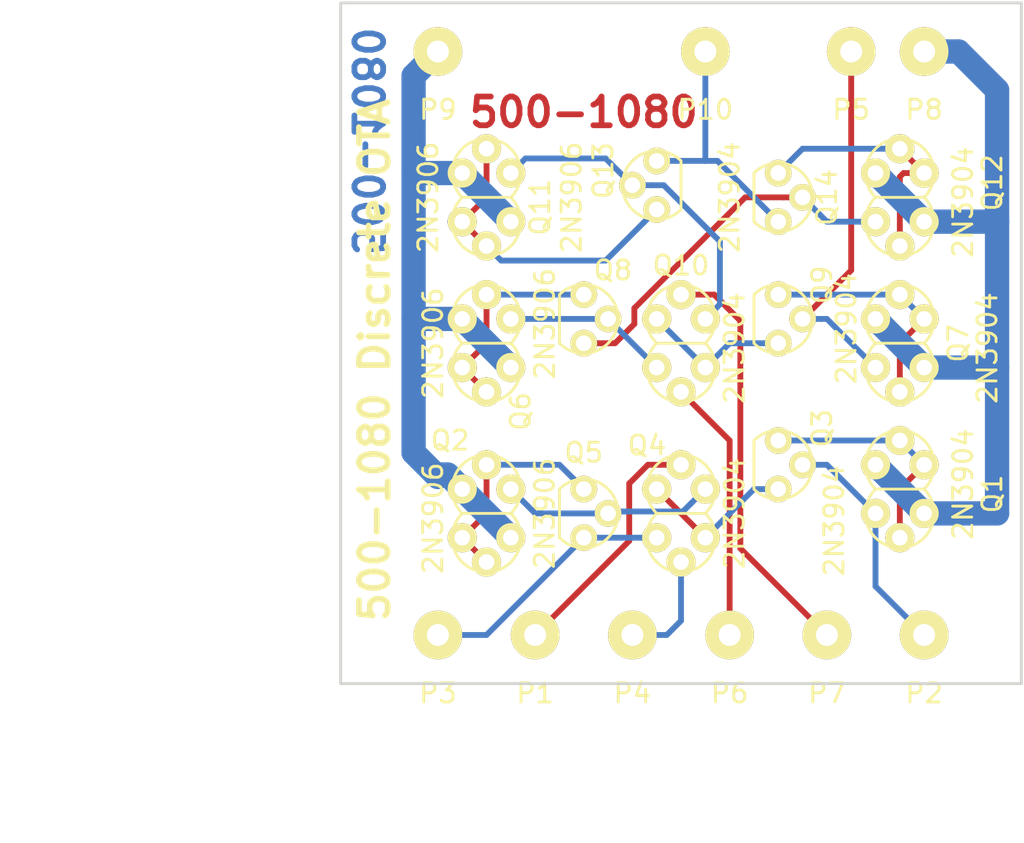
<source format=kicad_pcb>
(kicad_pcb (version 4) (host pcbnew 4.0.6)

  (general
    (links 54)
    (no_connects 0)
    (area 59.154287 78.664999 111.835001 124.620001)
    (thickness 1.6)
    (drawings 9)
    (tracks 120)
    (zones 0)
    (modules 24)
    (nets 23)
  )

  (page A4)
  (layers
    (0 F.Cu signal)
    (31 B.Cu signal)
    (32 B.Adhes user hide)
    (33 F.Adhes user hide)
    (34 B.Paste user hide)
    (35 F.Paste user hide)
    (36 B.SilkS user hide)
    (37 F.SilkS user)
    (38 B.Mask user hide)
    (39 F.Mask user hide)
    (40 Dwgs.User user)
    (41 Cmts.User user hide)
    (42 Eco1.User user hide)
    (43 Eco2.User user hide)
    (44 Edge.Cuts user)
    (45 Margin user hide)
    (46 B.CrtYd user hide)
    (47 F.CrtYd user hide)
    (48 B.Fab user hide)
    (49 F.Fab user hide)
  )

  (setup
    (last_trace_width 0.3048)
    (trace_clearance 0.254)
    (zone_clearance 0.508)
    (zone_45_only no)
    (trace_min 0.2)
    (segment_width 0.2)
    (edge_width 0.15)
    (via_size 1.5748)
    (via_drill 0.9144)
    (via_min_size 0.4)
    (via_min_drill 0.3)
    (uvia_size 0.3)
    (uvia_drill 0.1)
    (uvias_allowed no)
    (uvia_min_size 0.2)
    (uvia_min_drill 0.1)
    (pcb_text_width 0.3)
    (pcb_text_size 1.5 1.5)
    (mod_edge_width 0.15)
    (mod_text_size 1 1)
    (mod_text_width 0.15)
    (pad_size 1.524 1.524)
    (pad_drill 0.762)
    (pad_to_mask_clearance 0.2)
    (aux_axis_origin 76.2 78.74)
    (grid_origin 76.2 78.74)
    (visible_elements 7FFFEFFF)
    (pcbplotparams
      (layerselection 0x010e0_ffffffff)
      (usegerberextensions true)
      (excludeedgelayer true)
      (linewidth 0.100000)
      (plotframeref false)
      (viasonmask false)
      (mode 1)
      (useauxorigin false)
      (hpglpennumber 1)
      (hpglpenspeed 20)
      (hpglpendiameter 15)
      (hpglpenoverlay 2)
      (psnegative false)
      (psa4output false)
      (plotreference true)
      (plotvalue true)
      (plotinvisibletext false)
      (padsonsilk false)
      (subtractmaskfromsilk false)
      (outputformat 1)
      (mirror false)
      (drillshape 0)
      (scaleselection 1)
      (outputdirectory Gerber/))
  )

  (net 0 "")
  (net 1 "Net-(P1-Pad1)")
  (net 2 "Net-(P2-Pad1)")
  (net 3 "Net-(P3-Pad1)")
  (net 4 "Net-(P4-Pad1)")
  (net 5 "Net-(P5-Pad1)")
  (net 6 "Net-(P6-Pad1)")
  (net 7 "Net-(P7-Pad1)")
  (net 8 "Net-(P10-Pad1)")
  (net 9 "Net-(Q2-Pad2)")
  (net 10 "Net-(Q6-Pad2)")
  (net 11 "Net-(Q11-Pad2)")
  (net 12 "Net-(Q12-Pad2)")
  (net 13 /MINUS15)
  (net 14 /PLUS15)
  (net 15 "Net-(Q1-Pad2)")
  (net 16 "Net-(Q12-Pad3)")
  (net 17 "Net-(Q10-Pad6)")
  (net 18 "Net-(Q2-Pad3)")
  (net 19 "Net-(Q3-Pad3)")
  (net 20 "Net-(Q10-Pad3)")
  (net 21 "Net-(Q7-Pad2)")
  (net 22 "Net-(Q10-Pad1)")

  (net_class Default "This is the default net class."
    (clearance 0.254)
    (trace_width 0.3048)
    (via_dia 1.5748)
    (via_drill 0.9144)
    (uvia_dia 0.3)
    (uvia_drill 0.1)
    (add_net "Net-(P1-Pad1)")
    (add_net "Net-(P10-Pad1)")
    (add_net "Net-(P2-Pad1)")
    (add_net "Net-(P3-Pad1)")
    (add_net "Net-(P4-Pad1)")
    (add_net "Net-(P5-Pad1)")
    (add_net "Net-(P6-Pad1)")
    (add_net "Net-(P7-Pad1)")
    (add_net "Net-(Q1-Pad2)")
    (add_net "Net-(Q10-Pad1)")
    (add_net "Net-(Q10-Pad3)")
    (add_net "Net-(Q10-Pad6)")
    (add_net "Net-(Q11-Pad2)")
    (add_net "Net-(Q12-Pad2)")
    (add_net "Net-(Q12-Pad3)")
    (add_net "Net-(Q2-Pad2)")
    (add_net "Net-(Q2-Pad3)")
    (add_net "Net-(Q3-Pad3)")
    (add_net "Net-(Q6-Pad2)")
    (add_net "Net-(Q7-Pad2)")
  )

  (net_class POWER ""
    (clearance 0.254)
    (trace_width 1.27)
    (via_dia 1.5748)
    (via_drill 0.9144)
    (uvia_dia 0.3)
    (uvia_drill 0.1)
    (add_net /MINUS15)
    (add_net /PLUS15)
  )

  (module Footprints:TO92 (layer F.Cu) (tedit 56EB857F) (tstamp 569D376C)
    (at 88.9 95.25 270)
    (path /569C25C8)
    (fp_text reference Q8 (at -2.54 -1.524 360) (layer F.SilkS)
      (effects (font (size 1 1) (thickness 0.15)))
    )
    (fp_text value 2N3906 (at 0.254 2.032 270) (layer F.SilkS)
      (effects (font (size 1 1) (thickness 0.15)))
    )
    (fp_arc (start 0 0) (end -1.27 1.27) (angle 90) (layer F.SilkS) (width 0.15))
    (fp_arc (start 0 0) (end -1.27 -1.27) (angle 90) (layer F.SilkS) (width 0.15))
    (fp_arc (start 0 0) (end 1.27 -1.27) (angle 90) (layer F.SilkS) (width 0.15))
    (fp_line (start -1.27 1.27) (end 1.27 1.27) (layer F.SilkS) (width 0.15))
    (pad 1 thru_hole circle (at -1.27 0 270) (size 1.397 1.397) (drill 0.8128) (layers *.Cu *.Mask F.SilkS)
      (net 10 "Net-(Q6-Pad2)"))
    (pad 2 thru_hole circle (at 0 -1.27 270) (size 1.397 1.397) (drill 0.8128) (layers *.Cu *.Mask F.SilkS)
      (net 20 "Net-(Q10-Pad3)"))
    (pad 3 thru_hole circle (at 1.27 0 270) (size 1.397 1.397) (drill 0.8128) (layers *.Cu *.Mask F.SilkS)
      (net 16 "Net-(Q12-Pad3)"))
  )

  (module Footprints:TO92 (layer F.Cu) (tedit 56EB857F) (tstamp 569D3777)
    (at 99.06 95.25 270)
    (path /569AE915)
    (fp_text reference Q9 (at -1.778 -2.286 270) (layer F.SilkS)
      (effects (font (size 1 1) (thickness 0.15)))
    )
    (fp_text value 2N3904 (at 0.508 -3.556 450) (layer F.SilkS)
      (effects (font (size 1 1) (thickness 0.15)))
    )
    (fp_arc (start 0 0) (end -1.27 1.27) (angle 90) (layer F.SilkS) (width 0.15))
    (fp_arc (start 0 0) (end -1.27 -1.27) (angle 90) (layer F.SilkS) (width 0.15))
    (fp_arc (start 0 0) (end 1.27 -1.27) (angle 90) (layer F.SilkS) (width 0.15))
    (fp_line (start -1.27 1.27) (end 1.27 1.27) (layer F.SilkS) (width 0.15))
    (pad 1 thru_hole circle (at -1.27 0 270) (size 1.397 1.397) (drill 0.8128) (layers *.Cu *.Mask F.SilkS)
      (net 21 "Net-(Q7-Pad2)"))
    (pad 2 thru_hole circle (at 0 -1.27 270) (size 1.397 1.397) (drill 0.8128) (layers *.Cu *.Mask F.SilkS)
      (net 5 "Net-(P5-Pad1)"))
    (pad 3 thru_hole circle (at 1.27 0 270) (size 1.397 1.397) (drill 0.8128) (layers *.Cu *.Mask F.SilkS)
      (net 22 "Net-(Q10-Pad1)"))
  )

  (module Footprints:TO92 (layer F.Cu) (tedit 56EB857F) (tstamp 569D37C0)
    (at 99.06 88.9 270)
    (path /569C45A4)
    (fp_text reference Q14 (at 0 -2.54 270) (layer F.SilkS)
      (effects (font (size 1 1) (thickness 0.15)))
    )
    (fp_text value 2N3904 (at 0 2.54 270) (layer F.SilkS)
      (effects (font (size 1 1) (thickness 0.15)))
    )
    (fp_arc (start 0 0) (end -1.27 1.27) (angle 90) (layer F.SilkS) (width 0.15))
    (fp_arc (start 0 0) (end -1.27 -1.27) (angle 90) (layer F.SilkS) (width 0.15))
    (fp_arc (start 0 0) (end 1.27 -1.27) (angle 90) (layer F.SilkS) (width 0.15))
    (fp_line (start -1.27 1.27) (end 1.27 1.27) (layer F.SilkS) (width 0.15))
    (pad 1 thru_hole circle (at -1.27 0 270) (size 1.397 1.397) (drill 0.8128) (layers *.Cu *.Mask F.SilkS)
      (net 12 "Net-(Q12-Pad2)"))
    (pad 2 thru_hole circle (at 0 -1.27 270) (size 1.397 1.397) (drill 0.8128) (layers *.Cu *.Mask F.SilkS)
      (net 16 "Net-(Q12-Pad3)"))
    (pad 3 thru_hole circle (at 1.27 0 270) (size 1.397 1.397) (drill 0.8128) (layers *.Cu *.Mask F.SilkS)
      (net 8 "Net-(P10-Pad1)"))
  )

  (module Footprints:TO92 (layer F.Cu) (tedit 56EB857F) (tstamp 569D37B5)
    (at 92.71 88.265 90)
    (path /569C3892)
    (fp_text reference Q13 (at 0.762 -2.794 90) (layer F.SilkS)
      (effects (font (size 1 1) (thickness 0.15)))
    )
    (fp_text value 2N3906 (at -0.635 -4.445 90) (layer F.SilkS)
      (effects (font (size 1 1) (thickness 0.15)))
    )
    (fp_arc (start 0 0) (end -1.27 1.27) (angle 90) (layer F.SilkS) (width 0.15))
    (fp_arc (start 0 0) (end -1.27 -1.27) (angle 90) (layer F.SilkS) (width 0.15))
    (fp_arc (start 0 0) (end 1.27 -1.27) (angle 90) (layer F.SilkS) (width 0.15))
    (fp_line (start -1.27 1.27) (end 1.27 1.27) (layer F.SilkS) (width 0.15))
    (pad 1 thru_hole circle (at -1.27 0 90) (size 1.397 1.397) (drill 0.8128) (layers *.Cu *.Mask F.SilkS)
      (net 11 "Net-(Q11-Pad2)"))
    (pad 2 thru_hole circle (at 0 -1.27 90) (size 1.397 1.397) (drill 0.8128) (layers *.Cu *.Mask F.SilkS)
      (net 17 "Net-(Q10-Pad6)"))
    (pad 3 thru_hole circle (at 1.27 0 90) (size 1.397 1.397) (drill 0.8128) (layers *.Cu *.Mask F.SilkS)
      (net 8 "Net-(P10-Pad1)"))
  )

  (module Footprints:TO92 (layer F.Cu) (tedit 56EB857F) (tstamp 569D373F)
    (at 88.9 105.41 270)
    (path /569AEDA9)
    (fp_text reference Q5 (at -3.175 0 360) (layer F.SilkS)
      (effects (font (size 1 1) (thickness 0.15)))
    )
    (fp_text value 2N3906 (at 0 2.04 270) (layer F.SilkS)
      (effects (font (size 1 1) (thickness 0.15)))
    )
    (fp_arc (start 0 0) (end -1.27 1.27) (angle 90) (layer F.SilkS) (width 0.15))
    (fp_arc (start 0 0) (end -1.27 -1.27) (angle 90) (layer F.SilkS) (width 0.15))
    (fp_arc (start 0 0) (end 1.27 -1.27) (angle 90) (layer F.SilkS) (width 0.15))
    (fp_line (start -1.27 1.27) (end 1.27 1.27) (layer F.SilkS) (width 0.15))
    (pad 1 thru_hole circle (at -1.27 0 270) (size 1.397 1.397) (drill 0.8128) (layers *.Cu *.Mask F.SilkS)
      (net 9 "Net-(Q2-Pad2)"))
    (pad 2 thru_hole circle (at 0 -1.27 270) (size 1.397 1.397) (drill 0.8128) (layers *.Cu *.Mask F.SilkS)
      (net 18 "Net-(Q2-Pad3)"))
    (pad 3 thru_hole circle (at 1.27 0 270) (size 1.397 1.397) (drill 0.8128) (layers *.Cu *.Mask F.SilkS)
      (net 3 "Net-(P3-Pad1)"))
  )

  (module Footprints:TO92 (layer F.Cu) (tedit 56EB857F) (tstamp 569D3723)
    (at 99.06 102.87 270)
    (path /569B38DE)
    (fp_text reference Q3 (at -1.905 -2.286 270) (layer F.SilkS)
      (effects (font (size 1 1) (thickness 0.15)))
    )
    (fp_text value 2N3904 (at 2.921 -2.921 270) (layer F.SilkS)
      (effects (font (size 1 1) (thickness 0.15)))
    )
    (fp_arc (start 0 0) (end -1.27 1.27) (angle 90) (layer F.SilkS) (width 0.15))
    (fp_arc (start 0 0) (end -1.27 -1.27) (angle 90) (layer F.SilkS) (width 0.15))
    (fp_arc (start 0 0) (end 1.27 -1.27) (angle 90) (layer F.SilkS) (width 0.15))
    (fp_line (start -1.27 1.27) (end 1.27 1.27) (layer F.SilkS) (width 0.15))
    (pad 1 thru_hole circle (at -1.27 0 270) (size 1.397 1.397) (drill 0.8128) (layers *.Cu *.Mask F.SilkS)
      (net 15 "Net-(Q1-Pad2)"))
    (pad 2 thru_hole circle (at 0 -1.27 270) (size 1.397 1.397) (drill 0.8128) (layers *.Cu *.Mask F.SilkS)
      (net 2 "Net-(P2-Pad1)"))
    (pad 3 thru_hole circle (at 1.27 0 270) (size 1.397 1.397) (drill 0.8128) (layers *.Cu *.Mask F.SilkS)
      (net 19 "Net-(Q3-Pad3)"))
  )

  (module Footprints:DUAL_TO92 (layer F.Cu) (tedit 56FD507E) (tstamp 569D37AA)
    (at 105.41 88.9)
    (path /57001931)
    (fp_text reference Q12 (at 4.826 -0.762 90) (layer F.SilkS)
      (effects (font (size 1 1) (thickness 0.15)))
    )
    (fp_text value 2N3904 (at 3.302 0.254 90) (layer F.SilkS)
      (effects (font (size 1 1) (thickness 0.15)))
    )
    (fp_arc (start 0 1.27) (end -1.27 2.54) (angle 90) (layer F.SilkS) (width 0.15))
    (fp_arc (start 0 1.27) (end 1.27 2.54) (angle 90) (layer F.SilkS) (width 0.15))
    (fp_arc (start 0 1.27) (end 1.27 0) (angle 90) (layer F.SilkS) (width 0.15))
    (fp_arc (start 0 -1.27) (end 1.27 -2.54) (angle 90) (layer F.SilkS) (width 0.15))
    (fp_arc (start 0 -1.27) (end -1.27 -2.54) (angle 90) (layer F.SilkS) (width 0.15))
    (fp_arc (start 0 -1.27) (end -1.27 0) (angle 90) (layer F.SilkS) (width 0.15))
    (fp_line (start -1.27 0) (end 1.27 0) (layer F.SilkS) (width 0.15))
    (pad 2 thru_hole circle (at 0 2.54) (size 1.524 1.524) (drill 0.8128) (layers *.Cu *.Mask F.SilkS)
      (net 12 "Net-(Q12-Pad2)"))
    (pad 3 thru_hole circle (at -1.27 1.27) (size 1.524 1.524) (drill 0.8128) (layers *.Cu *.Mask F.SilkS)
      (net 16 "Net-(Q12-Pad3)"))
    (pad 1 thru_hole circle (at 1.27 1.27) (size 1.524 1.524) (drill 0.8128) (layers *.Cu *.Mask F.SilkS)
      (net 13 /MINUS15))
    (pad 6 thru_hole circle (at 1.27 -1.27) (size 1.524 1.524) (drill 0.8128) (layers *.Cu *.Mask F.SilkS)
      (net 12 "Net-(Q12-Pad2)"))
    (pad 4 thru_hole circle (at -1.27 -1.27) (size 1.524 1.524) (drill 0.8128) (layers *.Cu *.Mask F.SilkS)
      (net 13 /MINUS15))
    (pad 5 thru_hole circle (at 0 -2.54) (size 1.524 1.524) (drill 0.8128) (layers *.Cu *.Mask F.SilkS)
      (net 12 "Net-(Q12-Pad2)"))
  )

  (module Footprints:DUAL_TO92 (layer F.Cu) (tedit 56FD507E) (tstamp 569D3799)
    (at 83.82 88.9 180)
    (path /569ADBC1)
    (fp_text reference Q11 (at -2.794 -0.508 270) (layer F.SilkS)
      (effects (font (size 1 1) (thickness 0.15)))
    )
    (fp_text value 2N3906 (at 3.048 0 270) (layer F.SilkS)
      (effects (font (size 1 1) (thickness 0.15)))
    )
    (fp_arc (start 0 1.27) (end -1.27 2.54) (angle 90) (layer F.SilkS) (width 0.15))
    (fp_arc (start 0 1.27) (end 1.27 2.54) (angle 90) (layer F.SilkS) (width 0.15))
    (fp_arc (start 0 1.27) (end 1.27 0) (angle 90) (layer F.SilkS) (width 0.15))
    (fp_arc (start 0 -1.27) (end 1.27 -2.54) (angle 90) (layer F.SilkS) (width 0.15))
    (fp_arc (start 0 -1.27) (end -1.27 -2.54) (angle 90) (layer F.SilkS) (width 0.15))
    (fp_arc (start 0 -1.27) (end -1.27 0) (angle 90) (layer F.SilkS) (width 0.15))
    (fp_line (start -1.27 0) (end 1.27 0) (layer F.SilkS) (width 0.15))
    (pad 2 thru_hole circle (at 0 2.54 180) (size 1.524 1.524) (drill 0.8128) (layers *.Cu *.Mask F.SilkS)
      (net 11 "Net-(Q11-Pad2)"))
    (pad 3 thru_hole circle (at -1.27 1.27 180) (size 1.524 1.524) (drill 0.8128) (layers *.Cu *.Mask F.SilkS)
      (net 17 "Net-(Q10-Pad6)"))
    (pad 1 thru_hole circle (at 1.27 1.27 180) (size 1.524 1.524) (drill 0.8128) (layers *.Cu *.Mask F.SilkS)
      (net 14 /PLUS15))
    (pad 6 thru_hole circle (at 1.27 -1.27 180) (size 1.524 1.524) (drill 0.8128) (layers *.Cu *.Mask F.SilkS)
      (net 11 "Net-(Q11-Pad2)"))
    (pad 4 thru_hole circle (at -1.27 -1.27 180) (size 1.524 1.524) (drill 0.8128) (layers *.Cu *.Mask F.SilkS)
      (net 14 /PLUS15))
    (pad 5 thru_hole circle (at 0 -2.54 180) (size 1.524 1.524) (drill 0.8128) (layers *.Cu *.Mask F.SilkS)
      (net 11 "Net-(Q11-Pad2)"))
  )

  (module Footprints:DUAL_TO92 (layer F.Cu) (tedit 56FD507E) (tstamp 569D3788)
    (at 93.98 96.52)
    (path /57002653)
    (fp_text reference Q10 (at 0 -4.064 180) (layer F.SilkS)
      (effects (font (size 1 1) (thickness 0.15)))
    )
    (fp_text value 2N3904 (at 2.794 0.254 90) (layer F.SilkS)
      (effects (font (size 1 1) (thickness 0.15)))
    )
    (fp_arc (start 0 1.27) (end -1.27 2.54) (angle 90) (layer F.SilkS) (width 0.15))
    (fp_arc (start 0 1.27) (end 1.27 2.54) (angle 90) (layer F.SilkS) (width 0.15))
    (fp_arc (start 0 1.27) (end 1.27 0) (angle 90) (layer F.SilkS) (width 0.15))
    (fp_arc (start 0 -1.27) (end 1.27 -2.54) (angle 90) (layer F.SilkS) (width 0.15))
    (fp_arc (start 0 -1.27) (end -1.27 -2.54) (angle 90) (layer F.SilkS) (width 0.15))
    (fp_arc (start 0 -1.27) (end -1.27 0) (angle 90) (layer F.SilkS) (width 0.15))
    (fp_line (start -1.27 0) (end 1.27 0) (layer F.SilkS) (width 0.15))
    (pad 2 thru_hole circle (at 0 2.54) (size 1.524 1.524) (drill 0.8128) (layers *.Cu *.Mask F.SilkS)
      (net 6 "Net-(P6-Pad1)"))
    (pad 3 thru_hole circle (at -1.27 1.27) (size 1.524 1.524) (drill 0.8128) (layers *.Cu *.Mask F.SilkS)
      (net 20 "Net-(Q10-Pad3)"))
    (pad 1 thru_hole circle (at 1.27 1.27) (size 1.524 1.524) (drill 0.8128) (layers *.Cu *.Mask F.SilkS)
      (net 22 "Net-(Q10-Pad1)"))
    (pad 6 thru_hole circle (at 1.27 -1.27) (size 1.524 1.524) (drill 0.8128) (layers *.Cu *.Mask F.SilkS)
      (net 17 "Net-(Q10-Pad6)"))
    (pad 4 thru_hole circle (at -1.27 -1.27) (size 1.524 1.524) (drill 0.8128) (layers *.Cu *.Mask F.SilkS)
      (net 22 "Net-(Q10-Pad1)"))
    (pad 5 thru_hole circle (at 0 -2.54) (size 1.524 1.524) (drill 0.8128) (layers *.Cu *.Mask F.SilkS)
      (net 7 "Net-(P7-Pad1)"))
  )

  (module Footprints:DUAL_TO92 (layer F.Cu) (tedit 56FD507E) (tstamp 569D3761)
    (at 105.41 96.52)
    (path /5700186E)
    (fp_text reference Q7 (at 3.048 0 90) (layer F.SilkS)
      (effects (font (size 1 1) (thickness 0.15)))
    )
    (fp_text value 2N3904 (at 4.572 0.254 90) (layer F.SilkS)
      (effects (font (size 1 1) (thickness 0.15)))
    )
    (fp_arc (start 0 1.27) (end -1.27 2.54) (angle 90) (layer F.SilkS) (width 0.15))
    (fp_arc (start 0 1.27) (end 1.27 2.54) (angle 90) (layer F.SilkS) (width 0.15))
    (fp_arc (start 0 1.27) (end 1.27 0) (angle 90) (layer F.SilkS) (width 0.15))
    (fp_arc (start 0 -1.27) (end 1.27 -2.54) (angle 90) (layer F.SilkS) (width 0.15))
    (fp_arc (start 0 -1.27) (end -1.27 -2.54) (angle 90) (layer F.SilkS) (width 0.15))
    (fp_arc (start 0 -1.27) (end -1.27 0) (angle 90) (layer F.SilkS) (width 0.15))
    (fp_line (start -1.27 0) (end 1.27 0) (layer F.SilkS) (width 0.15))
    (pad 2 thru_hole circle (at 0 2.54) (size 1.524 1.524) (drill 0.8128) (layers *.Cu *.Mask F.SilkS)
      (net 21 "Net-(Q7-Pad2)"))
    (pad 3 thru_hole circle (at -1.27 1.27) (size 1.524 1.524) (drill 0.8128) (layers *.Cu *.Mask F.SilkS)
      (net 5 "Net-(P5-Pad1)"))
    (pad 1 thru_hole circle (at 1.27 1.27) (size 1.524 1.524) (drill 0.8128) (layers *.Cu *.Mask F.SilkS)
      (net 13 /MINUS15))
    (pad 6 thru_hole circle (at 1.27 -1.27) (size 1.524 1.524) (drill 0.8128) (layers *.Cu *.Mask F.SilkS)
      (net 21 "Net-(Q7-Pad2)"))
    (pad 4 thru_hole circle (at -1.27 -1.27) (size 1.524 1.524) (drill 0.8128) (layers *.Cu *.Mask F.SilkS)
      (net 13 /MINUS15))
    (pad 5 thru_hole circle (at 0 -2.54) (size 1.524 1.524) (drill 0.8128) (layers *.Cu *.Mask F.SilkS)
      (net 21 "Net-(Q7-Pad2)"))
  )

  (module Footprints:DUAL_TO92 (layer F.Cu) (tedit 56FD507E) (tstamp 569D3750)
    (at 83.82 96.52 180)
    (path /569ADB7D)
    (fp_text reference Q6 (at -1.778 -3.556 270) (layer F.SilkS)
      (effects (font (size 1 1) (thickness 0.15)))
    )
    (fp_text value 2N3906 (at 2.794 0 270) (layer F.SilkS)
      (effects (font (size 1 1) (thickness 0.15)))
    )
    (fp_arc (start 0 1.27) (end -1.27 2.54) (angle 90) (layer F.SilkS) (width 0.15))
    (fp_arc (start 0 1.27) (end 1.27 2.54) (angle 90) (layer F.SilkS) (width 0.15))
    (fp_arc (start 0 1.27) (end 1.27 0) (angle 90) (layer F.SilkS) (width 0.15))
    (fp_arc (start 0 -1.27) (end 1.27 -2.54) (angle 90) (layer F.SilkS) (width 0.15))
    (fp_arc (start 0 -1.27) (end -1.27 -2.54) (angle 90) (layer F.SilkS) (width 0.15))
    (fp_arc (start 0 -1.27) (end -1.27 0) (angle 90) (layer F.SilkS) (width 0.15))
    (fp_line (start -1.27 0) (end 1.27 0) (layer F.SilkS) (width 0.15))
    (pad 2 thru_hole circle (at 0 2.54 180) (size 1.524 1.524) (drill 0.8128) (layers *.Cu *.Mask F.SilkS)
      (net 10 "Net-(Q6-Pad2)"))
    (pad 3 thru_hole circle (at -1.27 1.27 180) (size 1.524 1.524) (drill 0.8128) (layers *.Cu *.Mask F.SilkS)
      (net 20 "Net-(Q10-Pad3)"))
    (pad 1 thru_hole circle (at 1.27 1.27 180) (size 1.524 1.524) (drill 0.8128) (layers *.Cu *.Mask F.SilkS)
      (net 14 /PLUS15))
    (pad 6 thru_hole circle (at 1.27 -1.27 180) (size 1.524 1.524) (drill 0.8128) (layers *.Cu *.Mask F.SilkS)
      (net 10 "Net-(Q6-Pad2)"))
    (pad 4 thru_hole circle (at -1.27 -1.27 180) (size 1.524 1.524) (drill 0.8128) (layers *.Cu *.Mask F.SilkS)
      (net 14 /PLUS15))
    (pad 5 thru_hole circle (at 0 -2.54 180) (size 1.524 1.524) (drill 0.8128) (layers *.Cu *.Mask F.SilkS)
      (net 10 "Net-(Q6-Pad2)"))
  )

  (module Footprints:DUAL_TO92 (layer F.Cu) (tedit 56FD507E) (tstamp 569D3734)
    (at 93.98 105.41 180)
    (path /570022D9)
    (fp_text reference Q4 (at 1.778 3.556 180) (layer F.SilkS)
      (effects (font (size 1 1) (thickness 0.15)))
    )
    (fp_text value 2N3904 (at -2.794 0 270) (layer F.SilkS)
      (effects (font (size 1 1) (thickness 0.15)))
    )
    (fp_arc (start 0 1.27) (end -1.27 2.54) (angle 90) (layer F.SilkS) (width 0.15))
    (fp_arc (start 0 1.27) (end 1.27 2.54) (angle 90) (layer F.SilkS) (width 0.15))
    (fp_arc (start 0 1.27) (end 1.27 0) (angle 90) (layer F.SilkS) (width 0.15))
    (fp_arc (start 0 -1.27) (end 1.27 -2.54) (angle 90) (layer F.SilkS) (width 0.15))
    (fp_arc (start 0 -1.27) (end -1.27 -2.54) (angle 90) (layer F.SilkS) (width 0.15))
    (fp_arc (start 0 -1.27) (end -1.27 0) (angle 90) (layer F.SilkS) (width 0.15))
    (fp_line (start -1.27 0) (end 1.27 0) (layer F.SilkS) (width 0.15))
    (pad 2 thru_hole circle (at 0 2.54 180) (size 1.524 1.524) (drill 0.8128) (layers *.Cu *.Mask F.SilkS)
      (net 1 "Net-(P1-Pad1)"))
    (pad 3 thru_hole circle (at -1.27 1.27 180) (size 1.524 1.524) (drill 0.8128) (layers *.Cu *.Mask F.SilkS)
      (net 18 "Net-(Q2-Pad3)"))
    (pad 1 thru_hole circle (at 1.27 1.27 180) (size 1.524 1.524) (drill 0.8128) (layers *.Cu *.Mask F.SilkS)
      (net 19 "Net-(Q3-Pad3)"))
    (pad 6 thru_hole circle (at 1.27 -1.27 180) (size 1.524 1.524) (drill 0.8128) (layers *.Cu *.Mask F.SilkS)
      (net 3 "Net-(P3-Pad1)"))
    (pad 4 thru_hole circle (at -1.27 -1.27 180) (size 1.524 1.524) (drill 0.8128) (layers *.Cu *.Mask F.SilkS)
      (net 19 "Net-(Q3-Pad3)"))
    (pad 5 thru_hole circle (at 0 -2.54 180) (size 1.524 1.524) (drill 0.8128) (layers *.Cu *.Mask F.SilkS)
      (net 4 "Net-(P4-Pad1)"))
  )

  (module Footprints:DUAL_TO92 (layer F.Cu) (tedit 56FD507E) (tstamp 569D3718)
    (at 83.82 105.41 180)
    (path /569ADA2F)
    (fp_text reference Q2 (at 1.905 3.81 180) (layer F.SilkS)
      (effects (font (size 1 1) (thickness 0.15)))
    )
    (fp_text value 2N3906 (at 2.794 -0.254 270) (layer F.SilkS)
      (effects (font (size 1 1) (thickness 0.15)))
    )
    (fp_arc (start 0 1.27) (end -1.27 2.54) (angle 90) (layer F.SilkS) (width 0.15))
    (fp_arc (start 0 1.27) (end 1.27 2.54) (angle 90) (layer F.SilkS) (width 0.15))
    (fp_arc (start 0 1.27) (end 1.27 0) (angle 90) (layer F.SilkS) (width 0.15))
    (fp_arc (start 0 -1.27) (end 1.27 -2.54) (angle 90) (layer F.SilkS) (width 0.15))
    (fp_arc (start 0 -1.27) (end -1.27 -2.54) (angle 90) (layer F.SilkS) (width 0.15))
    (fp_arc (start 0 -1.27) (end -1.27 0) (angle 90) (layer F.SilkS) (width 0.15))
    (fp_line (start -1.27 0) (end 1.27 0) (layer F.SilkS) (width 0.15))
    (pad 2 thru_hole circle (at 0 2.54 180) (size 1.524 1.524) (drill 0.8128) (layers *.Cu *.Mask F.SilkS)
      (net 9 "Net-(Q2-Pad2)"))
    (pad 3 thru_hole circle (at -1.27 1.27 180) (size 1.524 1.524) (drill 0.8128) (layers *.Cu *.Mask F.SilkS)
      (net 18 "Net-(Q2-Pad3)"))
    (pad 1 thru_hole circle (at 1.27 1.27 180) (size 1.524 1.524) (drill 0.8128) (layers *.Cu *.Mask F.SilkS)
      (net 14 /PLUS15))
    (pad 6 thru_hole circle (at 1.27 -1.27 180) (size 1.524 1.524) (drill 0.8128) (layers *.Cu *.Mask F.SilkS)
      (net 9 "Net-(Q2-Pad2)"))
    (pad 4 thru_hole circle (at -1.27 -1.27 180) (size 1.524 1.524) (drill 0.8128) (layers *.Cu *.Mask F.SilkS)
      (net 14 /PLUS15))
    (pad 5 thru_hole circle (at 0 -2.54 180) (size 1.524 1.524) (drill 0.8128) (layers *.Cu *.Mask F.SilkS)
      (net 9 "Net-(Q2-Pad2)"))
  )

  (module Footprints:DUAL_TO92 (layer F.Cu) (tedit 56FD507E) (tstamp 569D3707)
    (at 105.41 104.14)
    (path /57000E6D)
    (fp_text reference Q1 (at 4.826 0.254 90) (layer F.SilkS)
      (effects (font (size 1 1) (thickness 0.15)))
    )
    (fp_text value 2N3904 (at 3.302 -0.254 90) (layer F.SilkS)
      (effects (font (size 1 1) (thickness 0.15)))
    )
    (fp_arc (start 0 1.27) (end -1.27 2.54) (angle 90) (layer F.SilkS) (width 0.15))
    (fp_arc (start 0 1.27) (end 1.27 2.54) (angle 90) (layer F.SilkS) (width 0.15))
    (fp_arc (start 0 1.27) (end 1.27 0) (angle 90) (layer F.SilkS) (width 0.15))
    (fp_arc (start 0 -1.27) (end 1.27 -2.54) (angle 90) (layer F.SilkS) (width 0.15))
    (fp_arc (start 0 -1.27) (end -1.27 -2.54) (angle 90) (layer F.SilkS) (width 0.15))
    (fp_arc (start 0 -1.27) (end -1.27 0) (angle 90) (layer F.SilkS) (width 0.15))
    (fp_line (start -1.27 0) (end 1.27 0) (layer F.SilkS) (width 0.15))
    (pad 2 thru_hole circle (at 0 2.54) (size 1.524 1.524) (drill 0.8128) (layers *.Cu *.Mask F.SilkS)
      (net 15 "Net-(Q1-Pad2)"))
    (pad 3 thru_hole circle (at -1.27 1.27) (size 1.524 1.524) (drill 0.8128) (layers *.Cu *.Mask F.SilkS)
      (net 2 "Net-(P2-Pad1)"))
    (pad 1 thru_hole circle (at 1.27 1.27) (size 1.524 1.524) (drill 0.8128) (layers *.Cu *.Mask F.SilkS)
      (net 13 /MINUS15))
    (pad 6 thru_hole circle (at 1.27 -1.27) (size 1.524 1.524) (drill 0.8128) (layers *.Cu *.Mask F.SilkS)
      (net 15 "Net-(Q1-Pad2)"))
    (pad 4 thru_hole circle (at -1.27 -1.27) (size 1.524 1.524) (drill 0.8128) (layers *.Cu *.Mask F.SilkS)
      (net 13 /MINUS15))
    (pad 5 thru_hole circle (at 0 -2.54) (size 1.524 1.524) (drill 0.8128) (layers *.Cu *.Mask F.SilkS)
      (net 15 "Net-(Q1-Pad2)"))
  )

  (module FootPrints:PAD (layer F.Cu) (tedit 58CB3E9B) (tstamp 569D36F1)
    (at 81.28 83.82)
    (path /569C5F26)
    (fp_text reference P9 (at 0 0.5) (layer F.SilkS)
      (effects (font (size 1 1) (thickness 0.15)))
    )
    (fp_text value +15 (at 0 -0.5) (layer F.Fab)
      (effects (font (size 1 1) (thickness 0.15)))
    )
    (pad 1 thru_hole circle (at 0 -2.54) (size 2.54 2.54) (drill 1.143) (layers *.Cu *.Mask F.SilkS)
      (net 14 /PLUS15))
  )

  (module FootPrints:PAD (layer F.Cu) (tedit 58CB3E9B) (tstamp 569D36EC)
    (at 106.68 83.82)
    (path /569C62EF)
    (fp_text reference P8 (at 0 0.5) (layer F.SilkS)
      (effects (font (size 1 1) (thickness 0.15)))
    )
    (fp_text value -15 (at 0 -0.5) (layer F.Fab)
      (effects (font (size 1 1) (thickness 0.15)))
    )
    (pad 1 thru_hole circle (at 0 -2.54) (size 2.54 2.54) (drill 1.143) (layers *.Cu *.Mask F.SilkS)
      (net 13 /MINUS15))
  )

  (module FootPrints:PAD (layer F.Cu) (tedit 58CB3E9B) (tstamp 569D36E7)
    (at 101.6 114.3)
    (path /569C5A0F)
    (fp_text reference P7 (at 0 0.5) (layer F.SilkS)
      (effects (font (size 1 1) (thickness 0.15)))
    )
    (fp_text value + (at 0 -0.5) (layer F.Fab)
      (effects (font (size 1 1) (thickness 0.15)))
    )
    (pad 1 thru_hole circle (at 0 -2.54) (size 2.54 2.54) (drill 1.143) (layers *.Cu *.Mask F.SilkS)
      (net 7 "Net-(P7-Pad1)"))
  )

  (module FootPrints:PAD (layer F.Cu) (tedit 58CB3E9B) (tstamp 569D36E2)
    (at 96.52 114.3)
    (path /569C595E)
    (fp_text reference P6 (at 0 0.5) (layer F.SilkS)
      (effects (font (size 1 1) (thickness 0.15)))
    )
    (fp_text value - (at 0 -0.5) (layer F.Fab)
      (effects (font (size 1 1) (thickness 0.15)))
    )
    (pad 1 thru_hole circle (at 0 -2.54) (size 2.54 2.54) (drill 1.143) (layers *.Cu *.Mask F.SilkS)
      (net 6 "Net-(P6-Pad1)"))
  )

  (module FootPrints:PAD (layer F.Cu) (tedit 58CB3E9B) (tstamp 569D36DD)
    (at 102.87 83.82)
    (path /569C5C16)
    (fp_text reference P5 (at 0 0.5) (layer F.SilkS)
      (effects (font (size 1 1) (thickness 0.15)))
    )
    (fp_text value Iabc2 (at 0 -0.5) (layer F.Fab)
      (effects (font (size 1 1) (thickness 0.15)))
    )
    (pad 1 thru_hole circle (at 0 -2.54) (size 2.54 2.54) (drill 1.143) (layers *.Cu *.Mask F.SilkS)
      (net 5 "Net-(P5-Pad1)"))
  )

  (module FootPrints:PAD (layer F.Cu) (tedit 58CB3E9B) (tstamp 569D36D8)
    (at 91.44 114.3)
    (path /569B4F11)
    (fp_text reference P4 (at 0 0.5) (layer F.SilkS)
      (effects (font (size 1 1) (thickness 0.15)))
    )
    (fp_text value - (at 0 -0.5) (layer F.Fab)
      (effects (font (size 1 1) (thickness 0.15)))
    )
    (pad 1 thru_hole circle (at 0 -2.54) (size 2.54 2.54) (drill 1.143) (layers *.Cu *.Mask F.SilkS)
      (net 4 "Net-(P4-Pad1)"))
  )

  (module FootPrints:PAD (layer F.Cu) (tedit 58CB3E9B) (tstamp 569D36D3)
    (at 81.28 114.3)
    (path /569C57D4)
    (fp_text reference P3 (at 0 0.5) (layer F.SilkS)
      (effects (font (size 1 1) (thickness 0.15)))
    )
    (fp_text value Io (at 0 -0.5) (layer F.Fab)
      (effects (font (size 1 1) (thickness 0.15)))
    )
    (pad 1 thru_hole circle (at 0 -2.54) (size 2.54 2.54) (drill 1.143) (layers *.Cu *.Mask F.SilkS)
      (net 3 "Net-(P3-Pad1)"))
  )

  (module FootPrints:PAD (layer F.Cu) (tedit 58CB3E9B) (tstamp 569D36CE)
    (at 106.68 114.3)
    (path /569C5700)
    (fp_text reference P2 (at 0 0.5) (layer F.SilkS)
      (effects (font (size 1 1) (thickness 0.15)))
    )
    (fp_text value Iabc1 (at 0 -0.5) (layer F.Fab)
      (effects (font (size 1 1) (thickness 0.15)))
    )
    (pad 1 thru_hole circle (at 0 -2.54) (size 2.54 2.54) (drill 1.143) (layers *.Cu *.Mask F.SilkS)
      (net 2 "Net-(P2-Pad1)"))
  )

  (module FootPrints:PAD (layer F.Cu) (tedit 58CB3E9B) (tstamp 569D36C9)
    (at 86.36 114.3)
    (path /569B4E7A)
    (fp_text reference P1 (at 0 0.5) (layer F.SilkS)
      (effects (font (size 1 1) (thickness 0.15)))
    )
    (fp_text value + (at 0 -0.5) (layer F.Fab)
      (effects (font (size 1 1) (thickness 0.15)))
    )
    (pad 1 thru_hole circle (at 0 -2.54) (size 2.54 2.54) (drill 1.143) (layers *.Cu *.Mask F.SilkS)
      (net 1 "Net-(P1-Pad1)"))
  )

  (module FootPrints:PAD (layer F.Cu) (tedit 58CB3E9B) (tstamp 569D36F6)
    (at 95.25 83.82)
    (path /569C5C77)
    (fp_text reference P10 (at 0 0.5) (layer F.SilkS)
      (effects (font (size 1 1) (thickness 0.15)))
    )
    (fp_text value Io2 (at 0 -0.5) (layer F.Fab)
      (effects (font (size 1 1) (thickness 0.15)))
    )
    (pad 1 thru_hole circle (at 0 -2.54) (size 2.54 2.54) (drill 1.143) (layers *.Cu *.Mask F.SilkS)
      (net 8 "Net-(P10-Pad1)"))
  )

  (gr_text 500-1080 (at 88.9 84.455) (layer F.Cu)
    (effects (font (size 1.5 1.5) (thickness 0.3)))
  )
  (gr_text "500-1080 Discrete OTA" (at 77.978 97.409 90) (layer F.SilkS)
    (effects (font (size 1.5 1.5) (thickness 0.3)))
  )
  (gr_text 500-1080 (at 77.597 85.979 270) (layer B.Cu)
    (effects (font (size 1.5 1.5) (thickness 0.3)) (justify mirror))
  )
  (dimension 35.56 (width 0.3) (layer Dwgs.User)
    (gr_text "1.4000 in" (at 64.69 96.52 270) (layer Dwgs.User)
      (effects (font (size 1.5 1.5) (thickness 0.3)))
    )
    (feature1 (pts (xy 71.12 114.3) (xy 63.34 114.3)))
    (feature2 (pts (xy 71.12 78.74) (xy 63.34 78.74)))
    (crossbar (pts (xy 66.04 78.74) (xy 66.04 114.3)))
    (arrow1a (pts (xy 66.04 114.3) (xy 65.453579 113.173496)))
    (arrow1b (pts (xy 66.04 114.3) (xy 66.626421 113.173496)))
    (arrow2a (pts (xy 66.04 78.74) (xy 65.453579 79.866504)))
    (arrow2b (pts (xy 66.04 78.74) (xy 66.626421 79.866504)))
  )
  (dimension 35.56 (width 0.3) (layer Dwgs.User)
    (gr_text "1.4000 in" (at 93.98 123.27) (layer Dwgs.User)
      (effects (font (size 1.5 1.5) (thickness 0.3)))
    )
    (feature1 (pts (xy 111.76 119.38) (xy 111.76 124.62)))
    (feature2 (pts (xy 76.2 119.38) (xy 76.2 124.62)))
    (crossbar (pts (xy 76.2 121.92) (xy 111.76 121.92)))
    (arrow1a (pts (xy 111.76 121.92) (xy 110.633496 122.506421)))
    (arrow1b (pts (xy 111.76 121.92) (xy 110.633496 121.333579)))
    (arrow2a (pts (xy 76.2 121.92) (xy 77.326504 122.506421)))
    (arrow2b (pts (xy 76.2 121.92) (xy 77.326504 121.333579)))
  )
  (gr_line (start 76.2 114.3) (end 76.2 78.74) (angle 90) (layer Edge.Cuts) (width 0.15))
  (gr_line (start 111.76 114.3) (end 76.2 114.3) (angle 90) (layer Edge.Cuts) (width 0.15))
  (gr_line (start 111.76 78.74) (end 111.76 114.3) (angle 90) (layer Edge.Cuts) (width 0.15))
  (gr_line (start 76.2 78.74) (end 111.76 78.74) (angle 90) (layer Edge.Cuts) (width 0.15))

  (segment (start 86.36 111.76) (end 91.274901 106.845099) (width 0.3048) (layer F.Cu) (net 1))
  (segment (start 91.274901 106.845099) (end 91.274901 103.845865) (width 0.3048) (layer F.Cu) (net 1))
  (segment (start 91.274901 103.845865) (end 92.250766 102.87) (width 0.3048) (layer F.Cu) (net 1))
  (segment (start 92.250766 102.87) (end 92.90237 102.87) (width 0.3048) (layer F.Cu) (net 1))
  (segment (start 92.90237 102.87) (end 93.98 102.87) (width 0.3048) (layer F.Cu) (net 1))
  (segment (start 106.68 111.76) (end 104.14 109.22) (width 0.3048) (layer B.Cu) (net 2))
  (segment (start 104.14 109.22) (end 104.14 105.41) (width 0.3048) (layer B.Cu) (net 2))
  (segment (start 104.14 105.41) (end 101.6 102.87) (width 0.3048) (layer B.Cu) (net 2))
  (segment (start 101.6 102.87) (end 100.33 102.87) (width 0.3048) (layer B.Cu) (net 2))
  (segment (start 106.68 111.76) (end 106.045 111.76) (width 0.3048) (layer F.Cu) (net 2))
  (segment (start 92.71 106.68) (end 88.9 106.68) (width 0.3048) (layer B.Cu) (net 3))
  (segment (start 81.28 111.76) (end 83.82 111.76) (width 0.3048) (layer B.Cu) (net 3))
  (segment (start 83.82 111.76) (end 88.9 106.68) (width 0.3048) (layer B.Cu) (net 3))
  (segment (start 91.44 111.76) (end 93.236051 111.76) (width 0.3048) (layer B.Cu) (net 4))
  (segment (start 93.236051 111.76) (end 93.98 111.016051) (width 0.3048) (layer B.Cu) (net 4))
  (segment (start 93.98 111.016051) (end 93.98 109.02763) (width 0.3048) (layer B.Cu) (net 4))
  (segment (start 93.98 109.02763) (end 93.98 107.95) (width 0.3048) (layer B.Cu) (net 4))
  (segment (start 102.87 81.28) (end 102.87 92.71) (width 0.3048) (layer F.Cu) (net 5))
  (segment (start 102.87 92.71) (end 100.33 95.25) (width 0.3048) (layer F.Cu) (net 5))
  (segment (start 104.14 97.79) (end 101.6 95.25) (width 0.3048) (layer B.Cu) (net 5))
  (segment (start 101.6 95.25) (end 101.317828 95.25) (width 0.3048) (layer B.Cu) (net 5))
  (segment (start 101.317828 95.25) (end 100.33 95.25) (width 0.3048) (layer B.Cu) (net 5))
  (segment (start 96.52 111.76) (end 96.52 101.6) (width 0.3048) (layer F.Cu) (net 6))
  (segment (start 96.52 101.6) (end 93.98 99.06) (width 0.3048) (layer F.Cu) (net 6))
  (segment (start 101.6 111.76) (end 97.078809 107.238809) (width 0.3048) (layer F.Cu) (net 7))
  (segment (start 97.078809 107.238809) (end 97.078809 95.349575) (width 0.3048) (layer F.Cu) (net 7))
  (segment (start 95.05763 93.98) (end 93.98 93.98) (width 0.3048) (layer F.Cu) (net 7))
  (segment (start 97.078809 95.349575) (end 95.709234 93.98) (width 0.3048) (layer F.Cu) (net 7))
  (segment (start 95.709234 93.98) (end 95.05763 93.98) (width 0.3048) (layer F.Cu) (net 7))
  (segment (start 92.71 86.995) (end 95.25 86.995) (width 0.3048) (layer B.Cu) (net 8))
  (segment (start 95.25 86.995) (end 95.885 86.995) (width 0.3048) (layer B.Cu) (net 8))
  (segment (start 95.25 81.28) (end 95.25 86.995) (width 0.3048) (layer B.Cu) (net 8))
  (segment (start 95.885 86.995) (end 99.06 90.17) (width 0.3048) (layer B.Cu) (net 8))
  (segment (start 83.82 107.95) (end 82.55 106.68) (width 0.3048) (layer F.Cu) (net 9))
  (segment (start 82.55 106.68) (end 83.82 105.41) (width 0.3048) (layer F.Cu) (net 9))
  (segment (start 83.82 105.41) (end 83.82 102.87) (width 0.3048) (layer F.Cu) (net 9))
  (segment (start 83.82 102.87) (end 87.63 102.87) (width 0.3048) (layer B.Cu) (net 9))
  (segment (start 87.63 102.87) (end 88.9 104.14) (width 0.3048) (layer B.Cu) (net 9))
  (segment (start 83.82 99.06) (end 82.55 97.79) (width 0.3048) (layer F.Cu) (net 10))
  (segment (start 82.55 97.79) (end 83.82 96.52) (width 0.3048) (layer F.Cu) (net 10))
  (segment (start 83.82 96.52) (end 83.82 93.98) (width 0.3048) (layer F.Cu) (net 10))
  (segment (start 83.82 93.98) (end 88.9 93.98) (width 0.3048) (layer B.Cu) (net 10))
  (segment (start 83.82 91.44) (end 82.55 90.17) (width 0.3048) (layer F.Cu) (net 11))
  (segment (start 82.55 90.17) (end 83.82 88.9) (width 0.3048) (layer F.Cu) (net 11))
  (segment (start 83.82 88.9) (end 83.82 86.36) (width 0.3048) (layer F.Cu) (net 11))
  (segment (start 83.82 91.44) (end 84.581999 92.201999) (width 0.3048) (layer B.Cu) (net 11))
  (segment (start 84.581999 92.201999) (end 90.043001 92.201999) (width 0.3048) (layer B.Cu) (net 11))
  (segment (start 90.043001 92.201999) (end 92.011501 90.233499) (width 0.3048) (layer B.Cu) (net 11))
  (segment (start 92.011501 90.233499) (end 92.71 89.535) (width 0.3048) (layer B.Cu) (net 11))
  (segment (start 82.55 90.17) (end 81.915 90.17) (width 0.3048) (layer B.Cu) (net 11))
  (segment (start 106.68 87.63) (end 105.60237 87.63) (width 0.3048) (layer F.Cu) (net 12))
  (segment (start 105.60237 87.63) (end 105.41 87.82237) (width 0.3048) (layer F.Cu) (net 12))
  (segment (start 105.41 87.82237) (end 105.41 90.36237) (width 0.3048) (layer F.Cu) (net 12))
  (segment (start 105.41 90.36237) (end 105.41 91.44) (width 0.3048) (layer F.Cu) (net 12))
  (segment (start 105.41 86.36) (end 106.68 87.63) (width 0.3048) (layer F.Cu) (net 12))
  (segment (start 99.06 87.63) (end 100.33 86.36) (width 0.3048) (layer B.Cu) (net 12))
  (segment (start 100.33 86.36) (end 105.41 86.36) (width 0.3048) (layer B.Cu) (net 12))
  (segment (start 110.49 105.41) (end 106.68 105.41) (width 1.27) (layer B.Cu) (net 13))
  (segment (start 110.49 97.79) (end 110.49 105.41) (width 1.27) (layer B.Cu) (net 13))
  (segment (start 110.49 97.79) (end 106.68 97.79) (width 1.27) (layer B.Cu) (net 13))
  (segment (start 110.49 90.17) (end 110.49 97.79) (width 1.27) (layer B.Cu) (net 13))
  (segment (start 110.49 90.17) (end 106.68 90.17) (width 1.27) (layer B.Cu) (net 13))
  (segment (start 110.49 83.293949) (end 110.49 90.17) (width 1.27) (layer B.Cu) (net 13))
  (segment (start 106.68 81.28) (end 108.476051 81.28) (width 1.27) (layer B.Cu) (net 13))
  (segment (start 108.476051 81.28) (end 110.49 83.293949) (width 1.27) (layer B.Cu) (net 13))
  (segment (start 104.14 87.63) (end 106.68 90.17) (width 1.27) (layer B.Cu) (net 13))
  (segment (start 104.14 95.25) (end 106.68 97.79) (width 1.27) (layer B.Cu) (net 13))
  (segment (start 104.14 102.87) (end 106.68 105.41) (width 1.27) (layer B.Cu) (net 13))
  (segment (start 81.28 103.505) (end 81.406999 103.378001) (width 1.27) (layer B.Cu) (net 14))
  (segment (start 81.406999 103.378001) (end 81.788001 103.378001) (width 1.27) (layer B.Cu) (net 14))
  (segment (start 81.788001 103.378001) (end 82.55 104.14) (width 1.27) (layer B.Cu) (net 14))
  (segment (start 80.01 102.235) (end 81.28 103.505) (width 1.27) (layer B.Cu) (net 14))
  (segment (start 80.01 95.25) (end 80.01 102.235) (width 1.27) (layer B.Cu) (net 14))
  (segment (start 85.09 106.68) (end 82.55 104.14) (width 1.27) (layer B.Cu) (net 14))
  (segment (start 82.55 95.25) (end 80.01 95.25) (width 1.27) (layer B.Cu) (net 14))
  (segment (start 80.01 95.25) (end 80.01 87.63) (width 1.27) (layer B.Cu) (net 14))
  (segment (start 85.09 97.79) (end 82.55 95.25) (width 1.27) (layer B.Cu) (net 14))
  (segment (start 85.09 90.17) (end 82.55 87.63) (width 1.27) (layer B.Cu) (net 14))
  (segment (start 80.01 87.63) (end 82.55 87.63) (width 1.27) (layer B.Cu) (net 14))
  (segment (start 80.01 82.55) (end 80.01 87.63) (width 1.27) (layer B.Cu) (net 14))
  (segment (start 81.28 81.28) (end 80.01 82.55) (width 1.27) (layer B.Cu) (net 14))
  (segment (start 105.41 106.68) (end 105.41 104.14) (width 0.3048) (layer F.Cu) (net 15))
  (segment (start 105.41 104.14) (end 106.68 102.87) (width 0.3048) (layer F.Cu) (net 15))
  (segment (start 105.41 101.6) (end 106.68 102.87) (width 0.3048) (layer B.Cu) (net 15))
  (segment (start 99.06 101.6) (end 105.41 101.6) (width 0.3048) (layer B.Cu) (net 15))
  (segment (start 88.9 96.52) (end 90.535254 96.52) (width 0.3048) (layer F.Cu) (net 16))
  (segment (start 90.535254 96.52) (end 91.541599 95.513655) (width 0.3048) (layer F.Cu) (net 16))
  (segment (start 91.541599 95.513655) (end 91.541599 94.689167) (width 0.3048) (layer F.Cu) (net 16))
  (segment (start 91.541599 94.689167) (end 97.330766 88.9) (width 0.3048) (layer F.Cu) (net 16))
  (segment (start 97.330766 88.9) (end 99.342172 88.9) (width 0.3048) (layer F.Cu) (net 16))
  (segment (start 99.342172 88.9) (end 100.33 88.9) (width 0.3048) (layer F.Cu) (net 16))
  (segment (start 104.14 90.17) (end 101.6 90.17) (width 0.3048) (layer B.Cu) (net 16))
  (segment (start 101.6 90.17) (end 100.33 88.9) (width 0.3048) (layer B.Cu) (net 16))
  (segment (start 95.25 95.25) (end 96.011999 94.488001) (width 0.3048) (layer B.Cu) (net 17))
  (segment (start 96.011999 94.488001) (end 96.011999 91.201745) (width 0.3048) (layer B.Cu) (net 17))
  (segment (start 96.011999 91.201745) (end 93.075254 88.265) (width 0.3048) (layer B.Cu) (net 17))
  (segment (start 92.427828 88.265) (end 91.44 88.265) (width 0.3048) (layer B.Cu) (net 17))
  (segment (start 93.075254 88.265) (end 92.427828 88.265) (width 0.3048) (layer B.Cu) (net 17))
  (segment (start 85.09 87.63) (end 85.851999 86.868001) (width 0.3048) (layer B.Cu) (net 17))
  (segment (start 90.043001 86.868001) (end 90.741501 87.566501) (width 0.3048) (layer B.Cu) (net 17))
  (segment (start 85.851999 86.868001) (end 90.043001 86.868001) (width 0.3048) (layer B.Cu) (net 17))
  (segment (start 90.741501 87.566501) (end 91.44 88.265) (width 0.3048) (layer B.Cu) (net 17))
  (segment (start 90.17 105.41) (end 90.271599 105.308401) (width 0.3048) (layer B.Cu) (net 18))
  (segment (start 90.271599 105.308401) (end 94.081599 105.308401) (width 0.3048) (layer B.Cu) (net 18))
  (segment (start 94.081599 105.308401) (end 94.488001 104.901999) (width 0.3048) (layer B.Cu) (net 18))
  (segment (start 94.488001 104.901999) (end 95.25 104.14) (width 0.3048) (layer B.Cu) (net 18))
  (segment (start 85.09 104.14) (end 86.36 105.41) (width 0.3048) (layer B.Cu) (net 18))
  (segment (start 86.36 105.41) (end 90.17 105.41) (width 0.3048) (layer B.Cu) (net 18))
  (segment (start 92.71 104.14) (end 95.25 106.68) (width 0.3048) (layer F.Cu) (net 19))
  (segment (start 99.06 104.14) (end 97.79 104.14) (width 0.3048) (layer B.Cu) (net 19))
  (segment (start 97.79 104.14) (end 95.25 106.68) (width 0.3048) (layer B.Cu) (net 19))
  (segment (start 90.17 95.25) (end 92.71 97.79) (width 0.3048) (layer B.Cu) (net 20))
  (segment (start 85.09 95.25) (end 90.17 95.25) (width 0.3048) (layer B.Cu) (net 20))
  (segment (start 106.68 95.25) (end 105.41 96.52) (width 0.3048) (layer F.Cu) (net 21))
  (segment (start 105.41 96.52) (end 105.41 99.06) (width 0.3048) (layer F.Cu) (net 21))
  (segment (start 105.41 93.98) (end 106.68 95.25) (width 0.3048) (layer B.Cu) (net 21))
  (segment (start 105.41 93.98) (end 99.06 93.98) (width 0.3048) (layer B.Cu) (net 21))
  (segment (start 95.25 97.79) (end 92.71 95.25) (width 0.3048) (layer B.Cu) (net 22))
  (segment (start 99.06 96.52) (end 96.52 96.52) (width 0.3048) (layer B.Cu) (net 22))
  (segment (start 96.52 96.52) (end 95.25 97.79) (width 0.3048) (layer B.Cu) (net 22))

)

</source>
